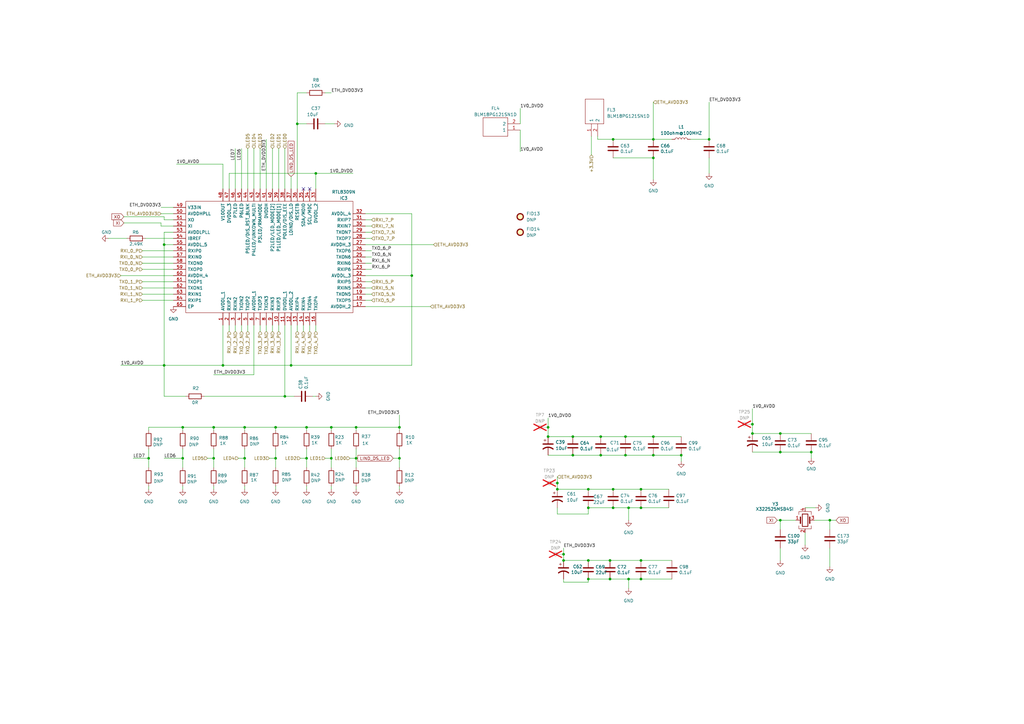
<source format=kicad_sch>
(kicad_sch (version 20231120) (generator "eeschema") (generator_version "8.0")
  (paper "A3")
  (lib_symbols
    (symbol "BLM18PG121SN1D:BLM18PG121SN1D" (pin_names (offset 0.762))
      (property "Reference" "FL" (at 16.51 7.62 0))
      (property "Value" "BLM18PG121SN1D" (at 16.51 5.08 0))
      (symbol "BLM18PG121SN1D_0_0"
        (pin passive line (at 0 0 0) (length 5.08) (name "1") (number "1"))
        (pin passive line (at 0 -2.54 0) (length 5.08) (name "2") (number "2"))
      )
      (symbol "BLM18PG121SN1D_0_1"
        (polyline (pts (xy 5.08 2.54) (xy 15.24 2.54) (xy 15.24 -5.08) (xy 5.08 -5.08) (xy 5.08 2.54)) (stroke (width 0.1524)))
      )
    )
    (symbol "Connector:TestPoint" (pin_numbers hide) (pin_names (offset 0.762) hide)
      (property "Reference" "TP" (at 0 6.858 0))
      (property "Value" "TestPoint" (at 0 5.08 0))
      (symbol "TestPoint_0_1"
        (circle (center 0 3.302) (radius 0.762))
      )
      (symbol "TestPoint_1_1"
        (pin passive line (at 0 0 90) (length 2.54) (name "1") (number "1"))
      )
    )
    (symbol "Device:C" (pin_numbers hide) (pin_names (offset 0.254))
      (property "Reference" "C" (at 0.635 2.54 0))
      (property "Value" "C" (at 0.635 -2.54 0))
      (symbol "C_0_1"
        (polyline (pts (xy -2.032 -0.762) (xy 2.032 -0.762)) (stroke (width 0.508)))
        (polyline (pts (xy -2.032 0.762) (xy 2.032 0.762)) (stroke (width 0.508)))
      )
      (symbol "C_1_1"
        (pin passive line (at 0 3.81 270) (length 2.794) (name "~") (number "1"))
        (pin passive line (at 0 -3.81 90) (length 2.794) (name "~") (number "2"))
      )
    )
    (symbol "Device:C_Polarized_US" (pin_numbers hide) (pin_names (offset 0.254) hide)
      (property "Reference" "C" (at 0.635 2.54 0))
      (property "Value" "C_Polarized_US" (at 0.635 -2.54 0))
      (symbol "C_Polarized_US_0_1"
        (polyline (pts (xy -2.032 0.762) (xy 2.032 0.762)) (stroke (width 0.508)))
        (polyline (pts (xy -1.778 2.286) (xy -0.762 2.286)))
        (polyline (pts (xy -1.27 1.778) (xy -1.27 2.794)))
        (arc (start 2.032 -1.27) (mid 0 -0.5572) (end -2.032 -1.27) (stroke (width 0.508)))
      )
      (symbol "C_Polarized_US_1_1"
        (pin passive line (at 0 3.81 270) (length 2.794) (name "~") (number "1"))
        (pin passive line (at 0 -3.81 90) (length 3.302) (name "~") (number "2"))
      )
    )
    (symbol "Device:Crystal_GND2" (pin_names (offset 1.016) hide)
      (property "Reference" "Y" (at -6.604 4.318 0))
      (property "Value" "Crystal_GND2" (at -10.414 -2.794 0))
      (symbol "Crystal_GND2_0_1"
        (rectangle (start -1.143 2.54) (end 1.143 -2.54) (stroke (width 0.3048)))
        (polyline (pts (xy -2.54 0) (xy -1.905 0)))
        (polyline (pts (xy -1.905 -1.27) (xy -1.905 1.27)) (stroke (width 0.508)))
        (polyline (pts (xy 0 -3.81) (xy 0 -3.556)))
        (polyline (pts (xy 0 3.81) (xy 0 3.556)))
        (polyline (pts (xy 1.905 0) (xy 2.54 0)))
        (polyline (pts (xy 1.905 1.27) (xy 1.905 -1.27)) (stroke (width 0.508)))
        (polyline (pts (xy -2.54 -2.286) (xy -2.54 -3.556) (xy 2.54 -3.556) (xy 2.54 -2.286)))
        (polyline (pts (xy 2.54 2.286) (xy 2.54 3.556) (xy -2.54 3.556) (xy -2.54 2.286)))
      )
      (symbol "Crystal_GND2_1_1"
        (pin passive line (at -3.81 0 0) (length 1.27) (name "1") (number "1"))
        (pin passive line (at 0 -5.08 90) (length 1.27) (name "2") (number "2"))
        (pin passive line (at 3.81 0 180) (length 1.27) (name "3") (number "3"))
        (pin passive line (at 0 5.08 270) (length 1.27) (name "4") (number "4"))
      )
    )
    (symbol "Device:L" (pin_numbers hide) (pin_names (offset 1.016) hide)
      (property "Reference" "L" (at -1.27 0 90))
      (property "Value" "L" (at 1.905 0 90))
      (symbol "L_0_1"
        (arc (start 0 -2.54) (mid 0.6323 -1.905) (end 0 -1.27))
        (arc (start 0 -1.27) (mid 0.6323 -0.635) (end 0 0))
        (arc (start 0 0) (mid 0.6323 0.635) (end 0 1.27))
        (arc (start 0 1.27) (mid 0.6323 1.905) (end 0 2.54))
      )
      (symbol "L_1_1"
        (pin passive line (at 0 3.81 270) (length 1.27) (name "1") (number "1"))
        (pin passive line (at 0 -3.81 90) (length 1.27) (name "2") (number "2"))
      )
    )
    (symbol "Device:R" (pin_numbers hide) (pin_names (offset 0))
      (property "Reference" "R" (at 2.032 0 90))
      (property "Value" "R" (at 0 0 90))
      (symbol "R_0_1"
        (rectangle (start -1.016 -2.54) (end 1.016 2.54) (stroke (width 0.254)))
      )
      (symbol "R_1_1"
        (pin passive line (at 0 3.81 270) (length 1.27) (name "~") (number "1"))
        (pin passive line (at 0 -3.81 90) (length 1.27) (name "~") (number "2"))
      )
    )
    (symbol "Mechanical:Fiducial"
      (property "Reference" "FID" (at 0 5.08 0))
      (property "Value" "Fiducial" (at 0 3.175 0))
      (symbol "Fiducial_0_1"
        (circle (center 0 0) (radius 1.27) (stroke (width 0.508)) (fill (type background)))
      )
    )
    (symbol "RTL8309N:RTL8309N" (pin_names (offset 0.762))
      (property "Reference" "IC" (at 52.07 20.32 0))
      (property "Value" "RTL8309N" (at 52.07 17.78 0))
      (symbol "RTL8309N_0_0"
        (pin passive line (at 0 0 0) (length 5.08) (name "AVDDL_1") (number "1"))
        (pin passive line (at 0 -22.86 0) (length 5.08) (name "RXIP3") (number "10"))
        (pin passive line (at 0 -25.4 0) (length 5.08) (name "DVDDL_1") (number "11"))
        (pin passive line (at 0 -27.94 0) (length 5.08) (name "AVDDL_2") (number "12"))
        (pin passive line (at 0 -30.48 0) (length 5.08) (name "RXIP4") (number "13"))
        (pin passive line (at 0 -33.02 0) (length 5.08) (name "RXIN4") (number "14"))
        (pin passive line (at 0 -35.56 0) (length 5.08) (name "TXON4") (number "15"))
        (pin passive line (at 0 -38.1 0) (length 5.08) (name "TXOP4") (number "16"))
        (pin passive line (at 7.62 -58.42 90) (length 5.08) (name "AVDDH_2") (number "17"))
        (pin passive line (at 10.16 -58.42 90) (length 5.08) (name "TXOP5") (number "18"))
        (pin passive line (at 12.7 -58.42 90) (length 5.08) (name "TXON5") (number "19"))
        (pin passive line (at 0 -2.54 0) (length 5.08) (name "RXIP2") (number "2"))
        (pin passive line (at 15.24 -58.42 90) (length 5.08) (name "RXIN5") (number "20"))
        (pin passive line (at 17.78 -58.42 90) (length 5.08) (name "RXIP5") (number "21"))
        (pin passive line (at 20.32 -58.42 90) (length 5.08) (name "AVDDL_3") (number "22"))
        (pin passive line (at 22.86 -58.42 90) (length 5.08) (name "RXIP6") (number "23"))
        (pin passive line (at 25.4 -58.42 90) (length 5.08) (name "RXIN6") (number "24"))
        (pin passive line (at 27.94 -58.42 90) (length 5.08) (name "TXON6") (number "25"))
        (pin passive line (at 30.48 -58.42 90) (length 5.08) (name "TXOP6") (number "26"))
        (pin passive line (at 33.02 -58.42 90) (length 5.08) (name "AVDDH_3") (number "27"))
        (pin passive line (at 35.56 -58.42 90) (length 5.08) (name "TXOP7") (number "28"))
        (pin passive line (at 38.1 -58.42 90) (length 5.08) (name "TXON7") (number "29"))
        (pin passive line (at 0 -5.08 0) (length 5.08) (name "RXIN2") (number "3"))
        (pin passive line (at 40.64 -58.42 90) (length 5.08) (name "RXIN7") (number "30"))
        (pin passive line (at 43.18 -58.42 90) (length 5.08) (name "RXIP7") (number "31"))
        (pin passive line (at 45.72 -58.42 90) (length 5.08) (name "AVDDL_4") (number "32"))
        (pin passive line (at 55.88 -38.1 180) (length 5.08) (name "DVDDL_2") (number "33"))
        (pin passive line (at 55.88 -35.56 180) (length 5.08) (name "SCL/MDC") (number "34"))
        (pin passive line (at 55.88 -33.02 180) (length 5.08) (name "SDA/MDIO") (number "35"))
        (pin passive line (at 55.88 -30.48 180) (length 5.08) (name "RESETB") (number "36"))
        (pin passive line (at 55.88 -27.94 180) (length 5.08) (name "LDIND/DIS_LD") (number "37"))
        (pin passive line (at 55.88 -25.4 180) (length 5.08) (name "P0LED/DIS_EEE") (number "38"))
        (pin passive line (at 55.88 -22.86 180) (length 5.08) (name "P1LED/LED_MODE[1]") (number "39"))
        (pin passive line (at 0 -7.62 0) (length 5.08) (name "TXON2") (number "4"))
        (pin passive line (at 55.88 -20.32 180) (length 5.08) (name "P2LED/LED_MODE[2]") (number "40"))
        (pin passive line (at 55.88 -17.78 180) (length 5.08) (name "DVDDH") (number "41"))
        (pin passive line (at 55.88 -15.24 180) (length 5.08) (name "P3LED/RMAMODE") (number "42"))
        (pin passive line (at 55.88 -12.7 180) (length 5.08) (name "P4LED/UNKOWN_MULTI") (number "43"))
        (pin passive line (at 55.88 -10.16 180) (length 5.08) (name "P5LED/DIS_RST_BLNK") (number "44"))
        (pin passive line (at 55.88 -7.62 180) (length 5.08) (name "P6LED") (number "45"))
        (pin passive line (at 55.88 -5.08 180) (length 5.08) (name "P7LED") (number "46"))
        (pin passive line (at 55.88 -2.54 180) (length 5.08) (name "DVDDL_3") (number "47"))
        (pin passive line (at 55.88 0 180) (length 5.08) (name "V10OUT") (number "48"))
        (pin passive line (at 48.26 20.32 270) (length 5.08) (name "V33IN") (number "49"))
        (pin passive line (at 0 -10.16 0) (length 5.08) (name "TXOP2") (number "5"))
        (pin passive line (at 45.72 20.32 270) (length 5.08) (name "AVDDHPLL") (number "50"))
        (pin passive line (at 43.18 20.32 270) (length 5.08) (name "XO") (number "51"))
        (pin passive line (at 40.64 20.32 270) (length 5.08) (name "XI") (number "52"))
        (pin passive line (at 38.1 20.32 270) (length 5.08) (name "AVDDLPLL") (number "53"))
        (pin passive line (at 35.56 20.32 270) (length 5.08) (name "IBREF") (number "54"))
        (pin passive line (at 33.02 20.32 270) (length 5.08) (name "AVDDL_5") (number "55"))
        (pin passive line (at 30.48 20.32 270) (length 5.08) (name "RXIP0") (number "56"))
        (pin passive line (at 27.94 20.32 270) (length 5.08) (name "RXIN0") (number "57"))
        (pin passive line (at 25.4 20.32 270) (length 5.08) (name "TXON0") (number "58"))
        (pin passive line (at 22.86 20.32 270) (length 5.08) (name "TXOP0") (number "59"))
        (pin passive line (at 0 -12.7 0) (length 5.08) (name "AVDDH_1") (number "6"))
        (pin passive line (at 20.32 20.32 270) (length 5.08) (name "AVDDH_4") (number "60"))
        (pin passive line (at 17.78 20.32 270) (length 5.08) (name "TXOP1") (number "61"))
        (pin passive line (at 15.24 20.32 270) (length 5.08) (name "TXON1") (number "62"))
        (pin passive line (at 12.7 20.32 270) (length 5.08) (name "RXIN1") (number "63"))
        (pin passive line (at 10.16 20.32 270) (length 5.08) (name "RXIP1") (number "64"))
        (pin passive line (at 7.62 20.32 270) (length 5.08) (name "EP") (number "65"))
        (pin passive line (at 0 -15.24 0) (length 5.08) (name "TXOP3") (number "7"))
        (pin passive line (at 0 -17.78 0) (length 5.08) (name "TXON3") (number "8"))
        (pin passive line (at 0 -20.32 0) (length 5.08) (name "RXIN3") (number "9"))
      )
      (symbol "RTL8309N_0_1"
        (polyline (pts (xy 5.08 15.24) (xy 50.8 15.24) (xy 50.8 -53.34) (xy 5.08 -53.34) (xy 5.08 15.24)) (stroke (width 0.1524)))
      )
    )
    (symbol "power:GND" (power) (pin_names (offset 0))
      (property "Value" "GND" (at 0 -3.81 0))
      (symbol "GND_0_1"
        (polyline (pts (xy 0 0) (xy 0 -1.27) (xy 1.27 -1.27) (xy 0 -2.54) (xy -1.27 -1.27) (xy 0 -1.27)))
      )
      (symbol "GND_1_1"
        (pin power_in line (at 0 0 270) (length 0) hide (name "GND") (number "1"))
      )
    )
  )
  (junction (at 267.97 64.77))
  (junction (at 251.46 57.15))
  (junction (at 135.89 175.26))
  (junction (at 308.61 177.8))
  (junction (at 256.54 179.07))
  (junction (at 146.05 175.26))
  (junction (at 224.79 175.26))
  (junction (at 135.89 187.96))
  (junction (at 250.19 237.49))
  (junction (at 231.14 227.33))
  (junction (at 113.03 187.96))
  (junction (at 234.95 186.69))
  (junction (at 241.3 200.66))
  (junction (at 116.84 162.56))
  (junction (at 234.95 179.07))
  (junction (at 168.91 113.03))
  (junction (at 267.97 57.15))
  (junction (at 340.36 213.36))
  (junction (at 119.38 149.86))
  (junction (at 74.93 175.26))
  (junction (at 163.83 175.26))
  (junction (at 262.89 208.28))
  (junction (at 87.63 187.96))
  (junction (at 267.97 179.07))
  (junction (at 163.83 187.96))
  (junction (at 100.33 175.26))
  (junction (at 308.61 173.99))
  (junction (at 267.97 186.69))
  (junction (at 231.14 229.87))
  (junction (at 262.89 229.87))
  (junction (at 100.33 187.96))
  (junction (at 228.6 200.66))
  (junction (at 251.46 208.28))
  (junction (at 241.3 208.28))
  (junction (at 246.38 179.07))
  (junction (at 256.54 186.69))
  (junction (at 121.92 50.8))
  (junction (at 320.04 185.42))
  (junction (at 241.3 237.49))
  (junction (at 125.73 187.96))
  (junction (at 91.44 149.86))
  (junction (at 67.31 149.86))
  (junction (at 125.73 175.26))
  (junction (at 224.79 179.07))
  (junction (at 60.96 187.96))
  (junction (at 332.74 185.42))
  (junction (at 320.04 213.36))
  (junction (at 251.46 200.66))
  (junction (at 262.89 237.49))
  (junction (at 246.38 186.69))
  (junction (at 113.03 175.26))
  (junction (at 257.81 237.49))
  (junction (at 87.63 175.26))
  (junction (at 320.04 177.8))
  (junction (at 250.19 229.87))
  (junction (at 290.83 57.15))
  (junction (at 262.89 200.66))
  (junction (at 146.05 187.96))
  (junction (at 74.93 187.96))
  (junction (at 241.3 229.87))
  (junction (at 129.54 71.12))
  (junction (at 67.31 100.33))
  (junction (at 228.6 198.12))
  (junction (at 257.81 208.28))
  (junction (at 279.4 186.69))
  (no_connect (at 127 77.47))
  (no_connect (at 124.46 77.47))
  (wire (pts (xy 71.12 95.25) (xy 67.31 95.25)))
  (wire (pts (xy 133.35 38.1) (xy 135.89 38.1)))
  (wire (pts (xy 54.61 187.96) (xy 60.96 187.96)))
  (wire (pts (xy 168.91 87.63) (xy 168.91 113.03)))
  (wire (pts (xy 100.33 175.26) (xy 113.03 175.26)))
  (wire (pts (xy 246.38 186.69) (xy 256.54 186.69)))
  (wire (pts (xy 241.3 237.49) (xy 250.19 237.49)))
  (wire (pts (xy 330.2 223.52) (xy 330.2 218.44)))
  (wire (pts (xy 58.42 105.41) (xy 71.12 105.41)))
  (wire (pts (xy 163.83 175.26) (xy 163.83 176.53)))
  (wire (pts (xy 129.54 71.12) (xy 129.54 77.47)))
  (wire (pts (xy 120.65 162.56) (xy 116.84 162.56)))
  (wire (pts (xy 241.3 238.76) (xy 241.3 237.49)))
  (wire (pts (xy 340.36 213.36) (xy 340.36 217.17)))
  (wire (pts (xy 152.4 107.95) (xy 149.86 107.95)))
  (wire (pts (xy 101.6 135.89) (xy 101.6 133.35)))
  (wire (pts (xy 124.46 135.89) (xy 124.46 133.35)))
  (wire (pts (xy 67.31 95.25) (xy 67.31 100.33)))
  (wire (pts (xy 66.04 87.63) (xy 71.12 87.63)))
  (wire (pts (xy 224.79 175.26) (xy 224.79 179.07)))
  (wire (pts (xy 116.84 133.35) (xy 116.84 162.56)))
  (wire (pts (xy 251.46 57.15) (xy 267.97 57.15)))
  (wire (pts (xy 231.14 227.33) (xy 231.14 229.87)))
  (wire (pts (xy 125.73 38.1) (xy 121.92 38.1)))
  (wire (pts (xy 133.35 187.96) (xy 135.89 187.96)))
  (wire (pts (xy 228.6 198.12) (xy 228.6 200.66)))
  (wire (pts (xy 74.93 175.26) (xy 87.63 175.26)))
  (wire (pts (xy 113.03 184.15) (xy 113.03 187.96)))
  (wire (pts (xy 74.93 187.96) (xy 74.93 191.77)))
  (wire (pts (xy 149.86 87.63) (xy 168.91 87.63)))
  (wire (pts (xy 308.61 177.8) (xy 320.04 177.8)))
  (wire (pts (xy 320.04 185.42) (xy 332.74 185.42)))
  (wire (pts (xy 101.6 60.96) (xy 101.6 77.47)))
  (wire (pts (xy 125.73 184.15) (xy 125.73 187.96)))
  (wire (pts (xy 114.3 60.96) (xy 114.3 77.47)))
  (wire (pts (xy 245.11 57.15) (xy 251.46 57.15)))
  (wire (pts (xy 96.52 135.89) (xy 96.52 133.35)))
  (wire (pts (xy 152.4 90.17) (xy 149.86 90.17)))
  (wire (pts (xy 228.6 195.58) (xy 228.6 198.12)))
  (wire (pts (xy 251.46 208.28) (xy 257.81 208.28)))
  (wire (pts (xy 224.79 171.45) (xy 224.79 175.26)))
  (wire (pts (xy 326.39 213.36) (xy 320.04 213.36)))
  (wire (pts (xy 163.83 170.18) (xy 163.83 175.26)))
  (wire (pts (xy 163.83 187.96) (xy 163.83 191.77)))
  (wire (pts (xy 67.31 162.56) (xy 67.31 149.86)))
  (wire (pts (xy 119.38 133.35) (xy 119.38 149.86)))
  (wire (pts (xy 106.68 135.89) (xy 106.68 133.35)))
  (wire (pts (xy 67.31 187.96) (xy 74.93 187.96)))
  (wire (pts (xy 123.19 187.96) (xy 125.73 187.96)))
  (wire (pts (xy 125.73 199.39) (xy 125.73 200.66)))
  (wire (pts (xy 231.14 237.49) (xy 231.14 238.76)))
  (wire (pts (xy 67.31 100.33) (xy 71.12 100.33)))
  (wire (pts (xy 256.54 186.69) (xy 267.97 186.69)))
  (wire (pts (xy 104.14 60.96) (xy 104.14 77.47)))
  (wire (pts (xy 116.84 60.96) (xy 116.84 77.47)))
  (wire (pts (xy 67.31 90.17) (xy 71.12 90.17)))
  (wire (pts (xy 100.33 187.96) (xy 100.33 191.77)))
  (wire (pts (xy 262.89 200.66) (xy 274.32 200.66)))
  (wire (pts (xy 168.91 149.86) (xy 119.38 149.86)))
  (wire (pts (xy 114.3 135.89) (xy 114.3 133.35)))
  (wire (pts (xy 60.96 175.26) (xy 60.96 176.53)))
  (wire (pts (xy 106.68 60.96) (xy 106.68 77.47)))
  (wire (pts (xy 250.19 237.49) (xy 257.81 237.49)))
  (wire (pts (xy 119.38 72.39) (xy 119.38 77.47)))
  (wire (pts (xy 245.11 55.88) (xy 245.11 57.15)))
  (wire (pts (xy 242.57 55.88) (xy 242.57 63.5)))
  (wire (pts (xy 257.81 208.28) (xy 262.89 208.28)))
  (wire (pts (xy 125.73 175.26) (xy 125.73 176.53)))
  (wire (pts (xy 241.3 208.28) (xy 251.46 208.28)))
  (wire (pts (xy 146.05 175.26) (xy 163.83 175.26)))
  (wire (pts (xy 152.4 92.71) (xy 149.86 92.71)))
  (wire (pts (xy 320.04 177.8) (xy 332.74 177.8)))
  (wire (pts (xy 146.05 199.39) (xy 146.05 200.66)))
  (wire (pts (xy 44.45 97.79) (xy 52.07 97.79)))
  (wire (pts (xy 318.77 213.36) (xy 320.04 213.36)))
  (wire (pts (xy 60.96 199.39) (xy 60.96 200.66)))
  (wire (pts (xy 332.74 185.42) (xy 332.74 187.96)))
  (wire (pts (xy 113.03 175.26) (xy 125.73 175.26)))
  (wire (pts (xy 267.97 186.69) (xy 279.4 186.69)))
  (wire (pts (xy 146.05 187.96) (xy 146.05 191.77)))
  (wire (pts (xy 234.95 179.07) (xy 246.38 179.07)))
  (wire (pts (xy 257.81 237.49) (xy 257.81 241.3)))
  (wire (pts (xy 152.4 102.87) (xy 149.86 102.87)))
  (wire (pts (xy 66.04 85.09) (xy 71.12 85.09)))
  (wire (pts (xy 87.63 199.39) (xy 87.63 200.66)))
  (wire (pts (xy 58.42 102.87) (xy 71.12 102.87)))
  (wire (pts (xy 228.6 200.66) (xy 241.3 200.66)))
  (wire (pts (xy 290.83 41.91) (xy 290.83 57.15)))
  (wire (pts (xy 135.89 184.15) (xy 135.89 187.96)))
  (wire (pts (xy 76.2 162.56) (xy 67.31 162.56)))
  (wire (pts (xy 127 135.89) (xy 127 133.35)))
  (wire (pts (xy 241.3 210.82) (xy 241.3 208.28)))
  (wire (pts (xy 67.31 100.33) (xy 67.31 149.86)))
  (wire (pts (xy 279.4 186.69) (xy 279.4 189.23)))
  (wire (pts (xy 83.82 162.56) (xy 116.84 162.56)))
  (wire (pts (xy 58.42 123.19) (xy 71.12 123.19)))
  (wire (pts (xy 308.61 173.99) (xy 308.61 177.8)))
  (wire (pts (xy 72.39 67.31) (xy 91.44 67.31)))
  (wire (pts (xy 163.83 184.15) (xy 163.83 187.96)))
  (wire (pts (xy 213.36 44.45) (xy 213.36 50.8)))
  (wire (pts (xy 59.69 97.79) (xy 71.12 97.79)))
  (wire (pts (xy 58.42 107.95) (xy 71.12 107.95)))
  (wire (pts (xy 231.14 229.87) (xy 241.3 229.87)))
  (wire (pts (xy 146.05 184.15) (xy 146.05 187.96)))
  (wire (pts (xy 87.63 184.15) (xy 87.63 187.96)))
  (wire (pts (xy 320.04 213.36) (xy 320.04 217.17)))
  (wire (pts (xy 93.98 77.47) (xy 93.98 71.12)))
  (wire (pts (xy 340.36 232.41) (xy 340.36 224.79)))
  (wire (pts (xy 50.8 91.44) (xy 66.04 91.44)))
  (wire (pts (xy 93.98 135.89) (xy 93.98 133.35)))
  (wire (pts (xy 250.19 229.87) (xy 262.89 229.87)))
  (wire (pts (xy 60.96 175.26) (xy 74.93 175.26)))
  (wire (pts (xy 251.46 200.66) (xy 262.89 200.66)))
  (wire (pts (xy 58.42 118.11) (xy 71.12 118.11)))
  (wire (pts (xy 49.53 113.03) (xy 71.12 113.03)))
  (wire (pts (xy 104.14 133.35) (xy 104.14 153.67)))
  (wire (pts (xy 231.14 238.76) (xy 241.3 238.76)))
  (wire (pts (xy 152.4 110.49) (xy 149.86 110.49)))
  (wire (pts (xy 58.42 110.49) (xy 71.12 110.49)))
  (wire (pts (xy 91.44 133.35) (xy 91.44 149.86)))
  (wire (pts (xy 74.93 199.39) (xy 74.93 200.66)))
  (wire (pts (xy 137.16 50.8) (xy 133.35 50.8)))
  (wire (pts (xy 111.76 60.96) (xy 111.76 77.47)))
  (wire (pts (xy 109.22 57.15) (xy 109.22 77.47)))
  (wire (pts (xy 163.83 199.39) (xy 163.83 200.66)))
  (wire (pts (xy 224.79 186.69) (xy 234.95 186.69)))
  (wire (pts (xy 100.33 199.39) (xy 100.33 200.66)))
  (wire (pts (xy 262.89 208.28) (xy 274.32 208.28)))
  (wire (pts (xy 135.89 187.96) (xy 135.89 191.77)))
  (wire (pts (xy 99.06 135.89) (xy 99.06 133.35)))
  (wire (pts (xy 129.54 71.12) (xy 144.78 71.12)))
  (wire (pts (xy 267.97 73.66) (xy 267.97 64.77)))
  (wire (pts (xy 97.79 187.96) (xy 100.33 187.96)))
  (wire (pts (xy 334.01 213.36) (xy 340.36 213.36)))
  (wire (pts (xy 161.29 187.96) (xy 163.83 187.96)))
  (wire (pts (xy 246.38 179.07) (xy 256.54 179.07)))
  (wire (pts (xy 96.52 60.96) (xy 96.52 77.47)))
  (wire (pts (xy 110.49 187.96) (xy 113.03 187.96)))
  (wire (pts (xy 241.3 200.66) (xy 251.46 200.66)))
  (wire (pts (xy 121.92 135.89) (xy 121.92 133.35)))
  (wire (pts (xy 121.92 38.1) (xy 121.92 50.8)))
  (wire (pts (xy 257.81 237.49) (xy 262.89 237.49)))
  (wire (pts (xy 152.4 105.41) (xy 149.86 105.41)))
  (wire (pts (xy 135.89 175.26) (xy 135.89 176.53)))
  (wire (pts (xy 119.38 149.86) (xy 91.44 149.86)))
  (wire (pts (xy 66.04 92.71) (xy 71.12 92.71)))
  (wire (pts (xy 149.86 95.25) (xy 152.4 95.25)))
  (wire (pts (xy 152.4 115.57) (xy 149.86 115.57)))
  (wire (pts (xy 213.36 53.34) (xy 213.36 62.23)))
  (wire (pts (xy 99.06 60.96) (xy 99.06 77.47)))
  (wire (pts (xy 100.33 184.15) (xy 100.33 187.96)))
  (wire (pts (xy 224.79 179.07) (xy 234.95 179.07)))
  (wire (pts (xy 87.63 175.26) (xy 100.33 175.26)))
  (wire (pts (xy 74.93 175.26) (xy 74.93 176.53)))
  (wire (pts (xy 152.4 120.65) (xy 149.86 120.65)))
  (wire (pts (xy 60.96 184.15) (xy 60.96 187.96)))
  (wire (pts (xy 334.4496 208.28) (xy 330.2 208.28)))
  (wire (pts (xy 129.54 135.89) (xy 129.54 133.35)))
  (wire (pts (xy 177.8 100.33) (xy 149.86 100.33)))
  (wire (pts (xy 125.73 175.26) (xy 135.89 175.26)))
  (wire (pts (xy 113.03 175.26) (xy 113.03 176.53)))
  (wire (pts (xy 152.4 118.11) (xy 149.86 118.11)))
  (wire (pts (xy 91.44 67.31) (xy 91.44 77.47)))
  (wire (pts (xy 308.61 167.64) (xy 308.61 173.99)))
  (wire (pts (xy 111.76 135.89) (xy 111.76 133.35)))
  (wire (pts (xy 49.53 149.86) (xy 67.31 149.86)))
  (wire (pts (xy 125.73 187.96) (xy 125.73 191.77)))
  (wire (pts (xy 251.46 64.77) (xy 267.97 64.77)))
  (wire (pts (xy 50.8 88.9) (xy 67.31 88.9)))
  (wire (pts (xy 320.04 229.87) (xy 320.04 224.79)))
  (wire (pts (xy 168.91 113.03) (xy 168.91 149.86)))
  (wire (pts (xy 340.36 213.36) (xy 342.9 213.36)))
  (wire (pts (xy 85.09 187.96) (xy 87.63 187.96)))
  (wire (pts (xy 91.44 149.86) (xy 67.31 149.86)))
  (wire (pts (xy 135.89 175.26) (xy 146.05 175.26)))
  (wire (pts (xy 146.05 175.26) (xy 146.05 176.53)))
  (wire (pts (xy 113.03 187.96) (xy 113.03 191.77)))
  (wire (pts (xy 152.4 123.19) (xy 149.86 123.19)))
  (wire (pts (xy 66.04 91.44) (xy 66.04 92.71)))
  (wire (pts (xy 275.59 57.15) (xy 267.97 57.15)))
  (wire (pts (xy 87.63 153.67) (xy 104.14 153.67)))
  (wire (pts (xy 58.42 115.57) (xy 71.12 115.57)))
  (wire (pts (xy 262.89 229.87) (xy 275.59 229.87)))
  (wire (pts (xy 152.4 97.79) (xy 149.86 97.79)))
  (wire (pts (xy 121.92 50.8) (xy 121.92 77.47)))
  (wire (pts (xy 234.95 186.69) (xy 246.38 186.69)))
  (wire (pts (xy 113.03 199.39) (xy 113.03 200.66)))
  (wire (pts (xy 228.6 210.82) (xy 241.3 210.82)))
  (wire (pts (xy 267.97 41.91) (xy 267.97 57.15)))
  (wire (pts (xy 290.83 57.15) (xy 283.21 57.15)))
  (wire (pts (xy 262.89 237.49) (xy 275.59 237.49)))
  (wire (pts (xy 67.31 88.9) (xy 67.31 90.17)))
  (wire (pts (xy 135.89 199.39) (xy 135.89 200.66)))
  (wire (pts (xy 100.33 175.26) (xy 100.33 176.53)))
  (wire (pts (xy 290.83 71.12) (xy 290.83 64.77)))
  (wire (pts (xy 257.81 213.36) (xy 257.81 208.28)))
  (wire (pts (xy 74.93 184.15) (xy 74.93 187.96)))
  (wire (pts (xy 168.91 113.03) (xy 149.86 113.03)))
  (wire (pts (xy 267.97 179.07) (xy 256.54 179.07)))
  (wire (pts (xy 267.97 179.07) (xy 279.4 179.07)))
  (wire (pts (xy 241.3 229.87) (xy 250.19 229.87)))
  (wire (pts (xy 176.53 125.73) (xy 149.86 125.73)))
  (wire (pts (xy 93.98 71.12) (xy 129.54 71.12)))
  (wire (pts (xy 125.73 50.8) (xy 121.92 50.8)))
  (wire (pts (xy 60.96 187.96) (xy 60.96 191.77)))
  (wire (pts (xy 129.54 162.56) (xy 128.27 162.56)))
  (wire (pts (xy 87.63 187.96) (xy 87.63 191.77)))
  (wire (pts (xy 58.42 120.65) (xy 71.12 120.65)))
  (wire (pts (xy 87.63 175.26) (xy 87.63 176.53)))
  (wire (pts (xy 228.6 208.28) (xy 228.6 210.82)))
  (wire (pts (xy 231.14 224.79) (xy 231.14 227.33)))
  (wire (pts (xy 308.61 185.42) (xy 320.04 185.42)))
  (wire (pts (xy 143.51 187.96) (xy 146.05 187.96)))
  (wire (pts (xy 109.22 135.89) (xy 109.22 133.35)))
  (label "LED7" (at 96.52 60.96 270))
  (label "LED6" (at 99.06 60.96 270))
  (label "1V0_AVDD" (at 308.61 167.64 0))
  (label "1V0_DVDD" (at 224.79 171.45 0))
  (label "TXO_6_N" (at 152.4 105.41 0))
  (label "LED6" (at 67.31 187.96 0))
  (label "1V0_AVDD" (at 49.53 149.86 0))
  (label "TXO_6_P" (at 152.4 102.87 0))
  (label "1V0_DVDD" (at 144.78 71.12 180))
  (label "ETH_DVDD3V3" (at 66.04 85.09 180))
  (label "ETH_DVDD3V3" (at 231.14 224.79 0))
  (label "1V0_AVDD" (at 72.39 67.31 0))
  (label "1V0_DVDD" (at 213.36 44.45 0))
  (label "ETH_DVDD3V3" (at 87.63 153.67 0))
  (label "RXI_6_N" (at 152.4 107.95 0))
  (label "ETH_DVDD3V3" (at 109.22 57.15 270))
  (label "ETH_DVDD3V3" (at 135.89 38.1 0))
  (label "LED7" (at 54.61 187.96 0))
  (label "RXI_6_P" (at 152.4 110.49 0))
  (label "ETH_DVDD3V3" (at 163.83 170.18 180))
  (label "ETH_DVDD3V3" (at 290.83 41.91 0))
  (label "1V0_AVDD" (at 213.36 62.23 0))
  (global_label "XO" (shape input) (at 50.8 88.9 180) (property "Intersheetrefs" "${INTERSHEET_REFS}" (effects (hide yes))))
  (global_label "XI" (shape input) (at 318.77 213.36 180) (property "Intersheetrefs" "${INTERSHEET_REFS}" (effects (hide yes))))
  (global_label "LIND_DS_LED" (shape input) (at 119.38 72.39 90) (property "Intersheetrefs" "${INTERSHEET_REFS}" (effects (hide yes))))
  (global_label "LIND_DS_LED" (shape input) (at 161.29 187.96 180) (property "Intersheetrefs" "${INTERSHEET_REFS}" (effects (hide yes))))
  (global_label "XI" (shape input) (at 50.8 91.44 180) (property "Intersheetrefs" "${INTERSHEET_REFS}" (effects (hide yes))))
  (global_label "XO" (shape input) (at 342.9 213.36 0) (property "Intersheetrefs" "${INTERSHEET_REFS}" (effects (hide yes))))
  (hierarchical_label "RXI_2_P" (shape input) (at 93.98 135.89 270) (property "Intersheetrefs" "${INTERSHEET_REFS}" (effects (hide yes))))
  (hierarchical_label "LED5" (shape input) (at 101.6 60.96 90))
  (hierarchical_label "TXO_2_N" (shape input) (at 99.06 135.89 270) (property "Intersheetrefs" "${INTERSHEET_REFS}" (effects (hide yes))))
  (hierarchical_label "LED0" (shape input) (at 143.51 187.96 180))
  (hierarchical_label "ETH_AVDD3V3" (shape input) (at 177.8 100.33 0))
  (hierarchical_label "RXI_2_N" (shape input) (at 96.52 135.89 270) (property "Intersheetrefs" "${INTERSHEET_REFS}" (effects (hide yes))))
  (hierarchical_label "LED0" (shape input) (at 116.84 60.96 90))
  (hierarchical_label "RXI_0_N" (shape input) (at 58.42 105.41 180) (property "Intersheetrefs" "${INTERSHEET_REFS}" (effects (hide yes))))
  (hierarchical_label "RXI_0_P" (shape input) (at 58.42 102.87 180) (property "Intersheetrefs" "${INTERSHEET_REFS}" (effects (hide yes))))
  (hierarchical_label "ETH_AVDD3V3" (shape input) (at 176.53 125.73 0))
  (hierarchical_label "TXO_0_N" (shape input) (at 58.42 107.95 180) (property "Intersheetrefs" "${INTERSHEET_REFS}" (effects (hide yes))))
  (hierarchical_label "RXI_4_N" (shape input) (at 124.46 135.89 270) (property "Intersheetrefs" "${INTERSHEET_REFS}" (effects (hide yes))))
  (hierarchical_label "ETH_AVDD3V3" (shape input) (at 66.04 87.63 180))
  (hierarchical_label "LED5" (shape input) (at 85.09 187.96 180))
  (hierarchical_label "ETH_AVDD3V3" (shape input) (at 49.53 113.03 180))
  (hierarchical_label "RXI_4_P" (shape input) (at 121.92 135.89 270) (property "Intersheetrefs" "${INTERSHEET_REFS}" (effects (hide yes))))
  (hierarchical_label "RXI_3_P" (shape input) (at 114.3 135.89 270) (property "Intersheetrefs" "${INTERSHEET_REFS}" (effects (hide yes))))
  (hierarchical_label "TXO_3_N" (shape input) (at 109.22 135.89 270) (property "Intersheetrefs" "${INTERSHEET_REFS}" (effects (hide yes))))
  (hierarchical_label "LED2" (shape input) (at 111.76 60.96 90))
  (hierarchical_label "TXO_0_P" (shape input) (at 58.42 110.49 180) (property "Intersheetrefs" "${INTERSHEET_REFS}" (effects (hide yes))))
  (hierarchical_label "TXO_4_P" (shape input) (at 129.54 135.89 270) (property "Intersheetrefs" "${INTERSHEET_REFS}" (effects (hide yes))))
  (hierarchical_label "TXO_3_P" (shape input) (at 106.68 135.89 270) (property "Intersheetrefs" "${INTERSHEET_REFS}" (effects (hide yes))))
  (hierarchical_label "LED1" (shape input) (at 114.3 60.96 90))
  (hierarchical_label "TXO_1_N" (shape input) (at 58.42 118.11 180) (property "Intersheetrefs" "${INTERSHEET_REFS}" (effects (hide yes))))
  (hierarchical_label "TXO_7_P" (shape input) (at 152.4 97.79 0) (property "Intersheetrefs" "${INTERSHEET_REFS}" (effects (hide yes))))
  (hierarchical_label "LED4" (shape input) (at 97.79 187.96 180))
  (hierarchical_label "LED3" (shape input) (at 106.68 60.96 90))
  (hierarchical_label "RXI_5_P" (shape input) (at 152.4 115.57 0) (property "Intersheetrefs" "${INTERSHEET_REFS}" (effects (hide yes))))
  (hierarchical_label "+3.3V" (shape input) (at 242.57 63.5 270))
  (hierarchical_label "TXO_5_P" (shape input) (at 152.4 123.19 0) (property "Intersheetrefs" "${INTERSHEET_REFS}" (effects (hide yes))))
  (hierarchical_label "RXI_1_P" (shape input) (at 58.42 123.19 180) (property "Intersheetrefs" "${INTERSHEET_REFS}" (effects (hide yes))))
  (hierarchical_label "TXO_2_P" (shape input) (at 101.6 135.89 270) (property "Intersheetrefs" "${INTERSHEET_REFS}" (effects (hide yes))))
  (hierarchical_label "RXI_7_N" (shape input) (at 152.4 92.71 0) (property "Intersheetrefs" "${INTERSHEET_REFS}" (effects (hide yes))))
  (hierarchical_label "RXI_5_N" (shape input) (at 152.4 118.11 0) (property "Intersheetrefs" "${INTERSHEET_REFS}" (effects (hide yes))))
  (hierarchical_label "RXI_7_P" (shape input) (at 152.4 90.17 0) (property "Intersheetrefs" "${INTERSHEET_REFS}" (effects (hide yes))))
  (hierarchical_label "RXI_3_N" (shape input) (at 111.76 135.89 270) (property "Intersheetrefs" "${INTERSHEET_REFS}" (effects (hide yes))))
  (hierarchical_label "LED2" (shape input) (at 123.19 187.96 180))
  (hierarchical_label "TXO_1_P" (shape input) (at 58.42 115.57 180) (property "Intersheetrefs" "${INTERSHEET_REFS}" (effects (hide yes))))
  (hierarchical_label "LED4" (shape input) (at 104.14 60.96 90))
  (hierarchical_label "TXO_4_N" (shape input) (at 127 135.89 270) (property "Intersheetrefs" "${INTERSHEET_REFS}" (effects (hide yes))))
  (hierarchical_label "TXO_5_N" (shape input) (at 152.4 120.65 0) (property "Intersheetrefs" "${INTERSHEET_REFS}" (effects (hide yes))))
  (hierarchical_label "RXI_1_N" (shape input) (at 58.42 120.65 180) (property "Intersheetrefs" "${INTERSHEET_REFS}" (effects (hide yes))))
  (hierarchical_label "LED3" (shape input) (at 110.49 187.96 180))
  (hierarchical_label "LED1" (shape input) (at 133.35 187.96 180))
  (hierarchical_label "TXO_7_N" (shape input) (at 152.4 95.25 0) (property "Intersheetrefs" "${INTERSHEET_REFS}" (effects (hide yes))))
  (hierarchical_label "ETH_AVDD3V3" (shape input) (at 267.97 41.91 0))
  (hierarchical_label "ETH_AVDD3V3" (shape input) (at 228.6 195.58 0))
  (symbol (lib_id "Device:C_Polarized_US") (at 228.6 204.47 0) (unit 1)
    (property "Reference" "C61" (at 232.41 202.5649 0) (effects (justify left)))
    (property "Value" "10uF" (at 232.41 205.1049 0) (effects (justify left)))
    (property "Footprint" "Capacitor_SMD:C_Elec_3x5.4" (effects (hide yes)))
    (property "Description" "Polarized capacitor, US symbol" (effects (hide yes)))
    (property "MPN" "UWX1C100MCL2GB" (effects (hide yes)))
  )
  (symbol (lib_id "Device:R") (at 87.63 180.34 180) (unit 1)
    (property "Reference" "R88" (at 91.694 179.578 0))
    (property "Value" "1K" (at 91.44 181.864 0))
    (property "Footprint" "Resistor_SMD:R_0603_1608Metric" (effects (hide yes)))
    (property "MPN" "0603WAF1001T5E" (effects (hide yes)))
  )
  (symbol (lib_id "Device:C") (at 250.19 233.68 0) (unit 1)
    (property "Reference" "C72" (at 253.111 232.5116 0) (effects (justify left)))
    (property "Value" "0.1uF" (at 253.111 234.823 0) (effects (justify left)))
    (property "Footprint" "Capacitor_SMD:C_0402_1005Metric" (effects (hide yes)))
  )
  (symbol (lib_id "Device:R") (at 113.03 195.58 180) (unit 1)
    (property "Reference" "R85" (at 117.348 194.564 0))
    (property "Value" "DNP" (at 117.602 196.85 0))
    (property "Footprint" "Resistor_SMD:R_0603_1608Metric" (effects (hide yes)))
  )
  (symbol (lib_id "power:GND") (at 334.4496 208.28 90) (unit 1)
    (property "Reference" "#PWR057" (effects (hide yes)))
    (property "Value" "GND" (at 339.5296 208.28 0))
  )
  (symbol (lib_id "Device:C") (at 320.04 181.61 0) (unit 1)
    (property "Reference" "C73" (at 322.961 180.4416 0) (effects (justify left)))
    (property "Value" "0.1uF" (at 322.961 182.753 0) (effects (justify left)))
    (property "Footprint" "Capacitor_SMD:C_0402_1005Metric" (effects (hide yes)))
  )
  (symbol (lib_id "Mechanical:Fiducial") (at 213.36 88.9 0) (unit 1)
    (property "Reference" "FID13" (at 215.9 87.6299 0) (effects (justify left)))
    (property "Value" "DNP" (at 215.9 90.1699 0) (effects (justify left)))
    (property "Footprint" "Fiducial:Fiducial_0.5mm_Mask1mm" (effects (hide yes)))
    (property "Description" "Fiducial Marker" (effects (hide yes)))
  )
  (symbol (lib_id "Device:C") (at 320.04 220.98 0) (unit 1)
    (property "Reference" "C100" (at 322.961 219.8116 0) (effects (justify left)))
    (property "Value" "33pF" (at 322.961 222.123 0) (effects (justify left)))
    (property "Footprint" "Capacitor_SMD:C_0603_1608Metric" (effects (hide yes)))
    (property "MPN" "CL10C330JB8NNNC" (effects (hide yes)))
  )
  (symbol (lib_id "Device:C") (at 124.46 162.56 90) (unit 1)
    (property "Reference" "C38" (at 123.2916 159.639 0) (effects (justify left)))
    (property "Value" "0.1uF" (at 125.603 159.639 0) (effects (justify left)))
    (property "Footprint" "Capacitor_SMD:C_0402_1005Metric" (effects (hide yes)))
  )
  (symbol (lib_id "power:GND") (at 330.2 223.52 0) (unit 1)
    (property "Reference" "#PWR056" (effects (hide yes)))
    (property "Value" "GND" (at 330.2 228.6 0))
  )
  (symbol (lib_id "Device:C") (at 241.3 233.68 0) (unit 1)
    (property "Reference" "C69" (at 244.221 232.5116 0) (effects (justify left)))
    (property "Value" "22uF" (at 244.221 234.823 0) (effects (justify left)))
    (property "Footprint" "Capacitor_SMD:C_0603_1608Metric" (effects (hide yes)))
    (property "MPN" "CL10A226MQ8NRNC" (effects (hide yes)))
  )
  (symbol (lib_id "Device:L") (at 279.4 57.15 90) (unit 1)
    (property "Reference" "L1" (at 279.4 52.07 90))
    (property "Value" "100ohm@100MHZ" (at 279.4 54.61 90))
    (property "Footprint" "Inductor_SMD:L_0603_1608Metric" (effects (hide yes)))
    (property "Description" "Inductor" (effects (hide yes)))
    (property "MPN" "CBW160808U101T" (effects (hide yes)))
  )
  (symbol (lib_id "Device:C") (at 256.54 182.88 0) (unit 1)
    (property "Reference" "C75" (at 259.461 181.7116 0) (effects (justify left)))
    (property "Value" "0.1uF" (at 259.461 184.023 0) (effects (justify left)))
    (property "Footprint" "Capacitor_SMD:C_0402_1005Metric" (effects (hide yes)))
  )
  (symbol (lib_id "Device:R") (at 163.83 180.34 180) (unit 1)
    (property "Reference" "R10" (at 168.148 179.324 0))
    (property "Value" "1K" (at 167.894 181.61 0))
    (property "Footprint" "Resistor_SMD:R_0603_1608Metric" (effects (hide yes)))
    (property "MPN" "0603WAF1001T5E" (effects (hide yes)))
  )
  (symbol (lib_id "Connector:TestPoint") (at 228.6 198.12 90) (unit 1) (dnp yes)
    (property "Reference" "TP23" (at 225.298 193.04 90))
    (property "Value" "DNP" (at 225.298 195.58 90))
    (property "Footprint" "TestPoint:TestPoint_Pad_1.0x1.0mm" (effects (hide yes)))
    (property "Description" "test point" (effects (hide yes)))
  )
  (symbol (lib_id "Device:C") (at 246.38 182.88 0) (unit 1)
    (property "Reference" "C71" (at 250.19 181.61 0) (effects (justify left)))
    (property "Value" "0.1uF" (at 248.666 184.404 0) (effects (justify left)))
    (property "Footprint" "Capacitor_SMD:C_0402_1005Metric" (effects (hide yes)))
  )
  (symbol (lib_id "power:GND") (at 113.03 200.66 0) (unit 1)
    (property "Reference" "#PWR019" (effects (hide yes)))
    (property "Value" "GND" (at 113.03 205.74 0))
  )
  (symbol (lib_id "Device:R") (at 125.73 180.34 180) (unit 1)
    (property "Reference" "R39" (at 129.286 179.324 0))
    (property "Value" "1K" (at 129.032 181.61 0))
    (property "Footprint" "Resistor_SMD:R_0603_1608Metric" (effects (hide yes)))
    (property "MPN" "0603WAF1001T5E" (effects (hide yes)))
  )
  (symbol (lib_id "Device:R") (at 135.89 195.58 180) (unit 1)
    (property "Reference" "R24" (at 139.192 194.564 0))
    (property "Value" "DNP" (at 139.446 196.85 0))
    (property "Footprint" "Resistor_SMD:R_0603_1608Metric" (effects (hide yes)))
  )
  (symbol (lib_id "power:GND") (at 87.63 200.66 0) (unit 1)
    (property "Reference" "#PWR021" (effects (hide yes)))
    (property "Value" "GND" (at 87.63 205.74 0))
  )
  (symbol (lib_id "power:GND") (at 71.12 125.73 0) (unit 1)
    (property "Reference" "#PWR034" (effects (hide yes)))
    (property "Value" "GND" (at 71.12 130.81 0))
  )
  (symbol (lib_id "power:GND") (at 267.97 73.66 0) (unit 1)
    (property "Reference" "#PWR03" (effects (hide yes)))
    (property "Value" "GND" (at 267.97 78.232 0))
  )
  (symbol (lib_id "Device:C_Polarized_US") (at 231.14 233.68 0) (unit 1)
    (property "Reference" "C62" (at 234.95 232.41 0) (effects (justify left)))
    (property "Value" "10uF" (at 234.188 234.696 0) (effects (justify left)))
    (property "Footprint" "Capacitor_SMD:C_Elec_3x5.4" (effects (hide yes)))
    (property "Description" "Polarized capacitor, US symbol" (effects (hide yes)))
    (property "MPN" "UWX1C100MCL2GB" (effects (hide yes)))
  )
  (symbol (lib_id "Device:C") (at 274.32 204.47 0) (unit 1)
    (property "Reference" "C97" (at 277.241 203.3016 0) (effects (justify left)))
    (property "Value" "0.1uF" (at 277.241 205.613 0) (effects (justify left)))
    (property "Footprint" "Capacitor_SMD:C_0402_1005Metric" (effects (hide yes)))
  )
  (symbol (lib_id "Device:C") (at 241.3 204.47 0) (unit 1)
    (property "Reference" "C67" (at 243.332 203.6826 0) (effects (justify left)))
    (property "Value" "22uF" (at 243.332 205.994 0) (effects (justify left)))
    (property "Footprint" "Capacitor_SMD:C_0603_1608Metric" (effects (hide yes)))
    (property "MPN" "CL10A226MQ8NRNC" (effects (hide yes)))
  )
  (symbol (lib_id "Device:R") (at 146.05 195.58 180) (unit 1)
    (property "Reference" "R38" (at 150.114 194.818 0))
    (property "Value" "DNP" (at 150.114 197.104 0))
    (property "Footprint" "Resistor_SMD:R_0603_1608Metric" (effects (hide yes)))
  )
  (symbol (lib_id "Device:C") (at 290.83 60.96 0) (unit 1)
    (property "Reference" "C68" (at 293.751 59.7916 0) (effects (justify left)))
    (property "Value" "0.1uF" (at 293.751 62.103 0) (effects (justify left)))
    (property "Footprint" "Capacitor_SMD:C_0402_1005Metric" (effects (hide yes)))
  )
  (symbol (lib_id "Device:R") (at 135.89 180.34 180) (unit 1)
    (property "Reference" "R23" (at 139.192 179.324 0))
    (property "Value" "1K" (at 138.938 181.61 0))
    (property "Footprint" "Resistor_SMD:R_0603_1608Metric" (effects (hide yes)))
    (property "MPN" "0603WAF1001T5E" (effects (hide yes)))
  )
  (symbol (lib_id "Device:R") (at 55.88 97.79 270) (unit 1)
    (property "Reference" "R6" (at 55.626 95.25 90))
    (property "Value" "2.49K" (at 55.88 100.076 90))
    (property "Footprint" "Resistor_SMD:R_0603_1608Metric" (effects (hide yes)))
    (property "MPN" "0603WAF2491T5E" (effects (hide yes)))
  )
  (symbol (lib_id "power:GND") (at 279.4 189.23 0) (unit 1)
    (property "Reference" "#PWR014" (effects (hide yes)))
    (property "Value" "GND" (at 279.4 194.31 0))
  )
  (symbol (lib_id "Device:C") (at 262.89 233.68 0) (unit 1)
    (property "Reference" "C77" (at 265.811 232.5116 0) (effects (justify left)))
    (property "Value" "0.1uF" (at 265.811 234.823 0) (effects (justify left)))
    (property "Footprint" "Capacitor_SMD:C_0402_1005Metric" (effects (hide yes)))
  )
  (symbol (lib_id "Device:C") (at 267.97 60.96 0) (unit 1)
    (property "Reference" "C66" (at 270.891 59.7916 0) (effects (justify left)))
    (property "Value" "0.1uF" (at 270.891 62.103 0) (effects (justify left)))
    (property "Footprint" "Capacitor_SMD:C_0402_1005Metric" (effects (hide yes)))
  )
  (symbol (lib_id "BLM18PG121SN1D:BLM18PG121SN1D") (at 213.36 53.34 180) (unit 1)
    (property "Reference" "FL4" (at 203.2 44.45 0))
    (property "Value" "BLM18PG121SN1D" (at 203.2 46.99 0))
    (property "Footprint" "Footprint:BLM18PG121SN1D" (effects (hide yes)))
    (property "Datasheet" "https://www.murata.com/en-us/products/productdetail?partno=BLM18PG121SN1%23" (effects (hide yes)))
    (property "Description" "Ferrite bead SMD 0603 120R 2A Murata Ferrite Bead (Chip Ferrite Bead), 1.6 x 0.8 x 0.8mm (0603), 120 impedance at 100 MHz" (effects (hide yes)))
    (property "Height" "0.95" (effects (hide yes)))
    (property "Manufacturer_Name" "Murata Electronics" (effects (hide yes)))
    (property "Manufacturer_Part_Number" "BLM18PG121SN1D" (effects (hide yes)))
    (property "Mouser Part Number" "81-BLM18PG121SN1D" (effects (hide yes)))
    (property "Mouser Price/Stock" "https://www.mouser.co.uk/ProductDetail/Murata-Electronics/BLM18PG121SN1D?qs=tY8e8KZalarVxhnmnUYZ1A%3D%3D" (effects (hide yes)))
    (property "Arrow Part Number" "BLM18PG121SN1D" (effects (hide yes)))
    (property "Arrow Price/Stock" "https://www.arrow.com/en/products/blm18pg121sn1d/murata-manufacturing?region=nac" (effects (hide yes)))
    (property "MPN" "BLM18PG121SN1D" (effects (hide yes)))
  )
  (symbol (lib_id "power:GND") (at 340.36 232.41 0) (unit 1)
    (property "Reference" "#PWR058" (effects (hide yes)))
    (property "Value" "GND" (at 340.36 237.49 0))
  )
  (symbol (lib_id "Mechanical:Fiducial") (at 213.36 95.25 0) (unit 1)
    (property "Reference" "FID14" (at 215.9 93.9799 0) (effects (justify left)))
    (property "Value" "DNP" (at 215.9 96.5199 0) (effects (justify left)))
    (property "Footprint" "Fiducial:Fiducial_0.5mm_Mask1mm" (effects (hide yes)))
    (property "Description" "Fiducial Marker" (effects (hide yes)))
  )
  (symbol (lib_id "Connector:TestPoint") (at 224.79 175.26 90) (unit 1) (dnp yes)
    (property "Reference" "TP7" (at 221.488 170.18 90))
    (property "Value" "DNP" (at 221.488 172.72 90))
    (property "Footprint" "TestPoint:TestPoint_Pad_1.0x1.0mm" (effects (hide yes)))
    (property "Description" "test point" (effects (hide yes)))
  )
  (symbol (lib_id "power:GND") (at 332.74 187.96 0) (unit 1)
    (property "Reference" "#PWR013" (effects (hide yes)))
    (property "Value" "GND" (at 332.74 192.278 0))
  )
  (symbol (lib_id "power:GND") (at 129.54 162.56 90) (unit 1)
    (property "Reference" "#PWR010" (effects (hide yes)))
    (property "Value" "GND" (at 134.62 162.56 0))
  )
  (symbol (lib_id "Device:C") (at 129.54 50.8 90) (unit 1)
    (property "Reference" "C37" (at 129.54 44.45 90))
    (property "Value" "10uF" (at 128.27 46.99 90))
    (property "Footprint" "Capacitor_SMD:C_0603_1608Metric" (effects (hide yes)))
    (property "MPN" "CL10A106MO8NQNC" (effects (hide yes)))
  )
  (symbol (lib_id "Device:C") (at 340.36 220.98 0) (unit 1)
    (property "Reference" "C173" (at 343.281 219.8116 0) (effects (justify left)))
    (property "Value" "33pF" (at 343.281 222.123 0) (effects (justify left)))
    (property "Footprint" "Capacitor_SMD:C_0603_1608Metric" (effects (hide yes)))
    (property "MPN" "CL10C330JB8NNNC" (effects (hide yes)))
  )
  (symbol (lib_id "power:GND") (at 146.05 200.66 0) (unit 1)
    (property "Reference" "#PWR017" (effects (hide yes)))
    (property "Value" "GND" (at 146.05 205.74 0))
  )
  (symbol (lib_id "power:GND") (at 100.33 200.66 0) (unit 1)
    (property "Reference" "#PWR020" (effects (hide yes)))
    (property "Value" "GND" (at 100.33 205.74 0))
  )
  (symbol (lib_id "Connector:TestPoint") (at 231.14 227.33 90) (unit 1) (dnp yes)
    (property "Reference" "TP24" (at 227.838 222.25 90))
    (property "Value" "DNP" (at 227.838 224.79 90))
    (property "Footprint" "TestPoint:TestPoint_Pad_1.0x1.0mm" (effects (hide yes)))
    (property "Description" "test point" (effects (hide yes)))
  )
  (symbol (lib_id "Device:C") (at 279.4 182.88 0) (unit 1)
    (property "Reference" "C99" (at 282.321 181.7116 0) (effects (justify left)))
    (property "Value" "0.1uF" (at 282.321 184.023 0) (effects (justify left)))
    (property "Footprint" "Capacitor_SMD:C_0402_1005Metric" (effects (hide yes)))
  )
  (symbol (lib_id "Device:R") (at 100.33 195.58 180) (unit 1)
    (property "Reference" "R87" (at 104.14 194.818 0))
    (property "Value" "1K" (at 104.14 196.85 0))
    (property "Footprint" "Resistor_SMD:R_0603_1608Metric" (effects (hide yes)))
    (property "MPN" "0603WAF1001T5E" (effects (hide yes)))
  )
  (symbol (lib_id "Device:R") (at 74.93 195.58 180) (unit 1)
    (property "Reference" "R91" (at 78.74 195.326 0))
    (property "Value" "DNP" (at 78.74 197.612 0))
    (property "Footprint" "Resistor_SMD:R_0603_1608Metric" (effects (hide yes)))
  )
  (symbol (lib_id "power:GND") (at 74.93 200.66 0) (unit 1)
    (property "Reference" "#PWR035" (effects (hide yes)))
    (property "Value" "GND" (at 74.93 205.74 0))
  )
  (symbol (lib_id "power:GND") (at 290.83 71.12 0) (unit 1)
    (property "Reference" "#PWR08" (effects (hide yes)))
    (property "Value" "GND" (at 290.83 76.2 0))
  )
  (symbol (lib_id "Device:C") (at 251.46 204.47 0) (unit 1)
    (property "Reference" "C74" (at 254.381 203.3016 0) (effects (justify left)))
    (property "Value" "0.1uF" (at 254.381 205.613 0) (effects (justify left)))
    (property "Footprint" "Capacitor_SMD:C_0402_1005Metric" (effects (hide yes)))
  )
  (symbol (lib_id "power:GND") (at 163.83 200.66 0) (unit 1)
    (property "Reference" "#PWR011" (effects (hide yes)))
    (property "Value" "GND" (at 163.83 205.74 0))
  )
  (symbol (lib_id "Device:R") (at 74.93 180.34 180) (unit 1)
    (property "Reference" "R90" (at 79.756 179.832 0))
    (property "Value" "DNP" (at 79.502 182.372 0))
    (property "Footprint" "Resistor_SMD:R_0603_1608Metric" (effects (hide yes)))
  )
  (symbol (lib_id "Device:R") (at 163.83 195.58 180) (unit 1)
    (property "Reference" "R12" (at 167.894 194.818 0))
    (property "Value" "DNP" (at 167.894 197.104 0))
    (property "Footprint" "Resistor_SMD:R_0603_1608Metric" (effects (hide yes)))
  )
  (symbol (lib_id "Device:C") (at 251.46 60.96 0) (unit 1)
    (property "Reference" "C63" (at 254.381 59.7916 0) (effects (justify left)))
    (property "Value" "0.1uF" (at 254.381 62.103 0) (effects (justify left)))
    (property "Footprint" "Capacitor_SMD:C_0402_1005Metric" (effects (hide yes)))
  )
  (symbol (lib_id "Device:C_Polarized_US") (at 224.79 182.88 0) (unit 1)
    (property "Reference" "C39" (at 227.838 181.356 0) (effects (justify left)))
    (property "Value" "10uF" (at 227.838 183.896 0) (effects (justify left)))
    (property "Footprint" "Capacitor_SMD:C_Elec_3x5.4" (effects (hide yes)))
    (property "Description" "Polarized capacitor, US symbol" (effects (hide yes)))
    (property "MPN" "UWX1C100MCL2GB" (effects (hide yes)))
  )
  (symbol (lib_id "power:GND") (at 257.81 213.36 0) (unit 1)
    (property "Reference" "#PWR02" (effects (hide yes)))
    (property "Value" "GND" (at 257.81 218.44 0))
  )
  (symbol (lib_id "Device:Crystal_GND2") (at 330.2 213.36 0) (unit 1)
    (property "Reference" "Y3" (at 318.008 206.756 0))
    (property "Value" "X322525MSB4SI" (at 317.754 208.788 0))
    (property "Footprint" "Crystal:Crystal_SMD_3225-4Pin_3.2x2.5mm" (effects (hide yes)))
    (property "Description" "Three pin crystal, GND on pin 2" (effects (hide yes)))
    (property "MPN" "X322525MSB4SI" (effects (hide yes)))
  )
  (symbol (lib_id "Device:C") (at 262.89 204.47 0) (unit 1)
    (property "Reference" "C76" (at 265.811 203.3016 0) (effects (justify left)))
    (property "Value" "0.1uF" (at 265.811 205.613 0) (effects (justify left)))
    (property "Footprint" "Capacitor_SMD:C_0402_1005Metric" (effects (hide yes)))
  )
  (symbol (lib_id "power:GND") (at 60.96 200.66 0) (unit 1)
    (property "Reference" "#PWR036" (effects (hide yes)))
    (property "Value" "GND" (at 60.96 205.74 0))
  )
  (symbol (lib_id "Device:C") (at 275.59 233.68 0) (unit 1)
    (property "Reference" "C98" (at 278.511 232.5116 0) (effects (justify left)))
    (property "Value" "0.1uF" (at 278.511 234.823 0) (effects (justify left)))
    (property "Footprint" "Capacitor_SMD:C_0402_1005Metric" (effects (hide yes)))
  )
  (symbol (lib_id "power:GND") (at 320.04 229.87 0) (unit 1)
    (property "Reference" "#PWR015" (effects (hide yes)))
    (property "Value" "GND" (at 320.04 234.95 0))
  )
  (symbol (lib_id "Device:R") (at 113.03 180.34 180) (unit 1)
    (property "Reference" "R84" (at 116.586 179.324 0))
    (property "Value" "1K" (at 116.586 181.61 0))
    (property "Footprint" "Resistor_SMD:R_0603_1608Metric" (effects (hide yes)))
    (property "MPN" "0603WAF1001T5E" (effects (hide yes)))
  )
  (symbol (lib_id "Device:R") (at 60.96 180.34 180) (unit 1)
    (property "Reference" "R92" (at 64.77 180.34 0))
    (property "Value" "DNP" (at 64.77 182.372 0))
    (property "Footprint" "Resistor_SMD:R_0603_1608Metric" (effects (hide yes)))
  )
  (symbol (lib_id "Device:C_Polarized_US") (at 308.61 181.61 0) (unit 1)
    (property "Reference" "C65" (at 312.42 179.7049 0) (effects (justify left)))
    (property "Value" "10uF" (at 312.42 182.2449 0) (effects (justify left)))
    (property "Footprint" "Capacitor_SMD:C_Elec_3x5.4" (effects (hide yes)))
    (property "Description" "Polarized capacitor, US symbol" (effects (hide yes)))
    (property "MPN" "UWX1C100MCL2GB" (effects (hide yes)))
  )
  (symbol (lib_id "power:GND") (at 44.45 97.79 270) (unit 1)
    (property "Reference" "#PWR01" (effects (hide yes)))
    (property "Value" "GND" (at 45.72 95.25 90) (effects (justify right)))
  )
  (symbol (lib_id "Device:C") (at 332.74 181.61 0) (unit 1)
    (property "Reference" "C95" (at 335.661 180.4416 0) (effects (justify left)))
    (property "Value" "0.1uF" (at 335.661 182.753 0) (effects (justify left)))
    (property "Footprint" "Capacitor_SMD:C_0402_1005Metric" (effects (hide yes)))
  )
  (symbol (lib_id "power:GND") (at 125.73 200.66 0) (unit 1)
    (property "Reference" "#PWR018" (effects (hide yes)))
    (property "Value" "GND" (at 125.73 205.74 0))
  )
  (symbol (lib_id "Device:R") (at 129.54 38.1 270) (unit 1)
    (property "Reference" "R8" (at 129.54 32.8422 90))
    (property "Value" "10K" (at 129.54 35.1536 90))
    (property "Footprint" "Resistor_SMD:R_0603_1608Metric" (effects (hide yes)))
    (property "MPN" "0603WAF1002T5E" (effects (hide yes)))
  )
  (symbol (lib_id "Device:C") (at 267.97 182.88 0) (unit 1)
    (property "Reference" "C96" (at 270.891 181.7116 0) (effects (justify left)))
    (property "Value" "0.1uF" (at 270.891 184.023 0) (effects (justify left)))
    (property "Footprint" "Capacitor_SMD:C_0402_1005Metric" (effects (hide yes)))
  )
  (symbol (lib_id "power:GND") (at 137.16 50.8 90) (unit 1)
    (property "Reference" "#PWR09" (effects (hide yes)))
    (property "Value" "GND" (at 140.97 51.435 90) (effects (justify right)))
  )
  (symbol (lib_id "BLM18PG121SN1D:BLM18PG121SN1D") (at 242.57 55.88 90) (unit 1)
    (property "Reference" "FL3" (at 248.92 45.085 90) (effects (justify right)))
    (property "Value" "BLM18PG121SN1D" (at 248.92 47.625 90) (effects (justify right)))
    (property "Footprint" "Footprint:BLM18PG121SN1D" (effects (hide yes)))
    (property "Datasheet" "https://www.murata.com/en-us/products/productdetail?partno=BLM18PG121SN1%23" (effects (hide yes)))
    (property "Description" "Ferrite bead SMD 0603 120R 2A Murata Ferrite Bead (Chip Ferrite Bead), 1.6 x 0.8 x 0.8mm (0603), 120 impedance at 100 MHz" (effects (hide yes)))
    (property "Height" "0.95" (effects (hide yes)))
    (property "Manufacturer_Name" "Murata Electronics" (effects (hide yes)))
    (property "Manufacturer_Part_Number" "BLM18PG121SN1D" (effects (hide yes)))
    (property "Mouser Part Number" "81-BLM18PG121SN1D" (effects (hide yes)))
    (property "Mouser Price/Stock" "https://www.mouser.co.uk/ProductDetail/Murata-Electronics/BLM18PG121SN1D?qs=tY8e8KZalarVxhnmnUYZ1A%3D%3D" (effects (hide yes)))
    (property "Arrow Part Number" "BLM18PG121SN1D" (effects (hide yes)))
    (property "Arrow Price/Stock" "https://www.arrow.com/en/products/blm18pg121sn1d/murata-manufacturing?region=nac" (effects (hide yes)))
    (property "MPN" "BLM18PG121SN1D" (effects (hide yes)))
  )
  (symbol (lib_id "power:GND") (at 135.89 200.66 0) (unit 1)
    (property "Reference" "#PWR016" (effects (hide yes)))
    (property "Value" "GND" (at 135.89 205.74 0))
  )
  (symbol (lib_id "Device:C") (at 234.95 182.88 0) (unit 1)
    (property "Reference" "C64" (at 237.871 181.7116 0) (effects (justify left)))
    (property "Value" "0.1uF" (at 237.871 184.023 0) (effects (justify left)))
    (property "Footprint" "Capacitor_SMD:C_0402_1005Metric" (effects (hide yes)))
  )
  (symbol (lib_id "Device:R") (at 125.73 195.58 180) (unit 1)
    (property "Reference" "R42" (at 129.286 194.818 0))
    (property "Value" "DNP" (at 129.54 197.104 0))
    (property "Footprint" "Resistor_SMD:R_0603_1608Metric" (effects (hide yes)))
  )
  (symbol (lib_id "power:GND") (at 257.81 241.3 0) (unit 1)
    (property "Reference" "#PWR012" (effects (hide yes)))
    (property "Value" "GND" (at 257.81 246.38 0))
  )
  (symbol (lib_id "Device:R") (at 60.96 195.58 180) (unit 1)
    (property "Reference" "R93" (at 65.024 194.564 0))
    (property "Value" "DNP" (at 65.024 197.358 0))
    (property "Footprint" "Resistor_SMD:R_0603_1608Metric" (effects (hide yes)))
  )
  (symbol (lib_id "Device:R") (at 146.05 180.34 180) (unit 1)
    (property "Reference" "R37" (at 150.114 179.07 0))
    (property "Value" "1K" (at 149.86 181.864 0))
    (property "Footprint" "Resistor_SMD:R_0603_1608Metric" (effects (hide yes)))
    (property "MPN" "0603WAF1001T5E" (effects (hide yes)))
  )
  (symbol (lib_id "Connector:TestPoint") (at 308.61 173.99 90) (unit 1) (dnp yes)
    (property "Reference" "TP25" (at 305.308 168.91 90))
    (property "Value" "DNP" (at 305.308 171.45 90))
    (property "Footprint" "TestPoint:TestPoint_Pad_1.0x1.0mm" (effects (hide yes)))
    (property "Description" "test point" (effects (hide yes)))
  )
  (symbol (lib_id "RTL8309N:RTL8309N") (at 91.44 133.35 90) (unit 1)
    (property "Reference" "IC3" (at 140.97 81.28 90))
    (property "Value" "RTL8309N" (at 140.97 78.74 90))
    (property "Footprint" "RTL8309N:RTL8309N" (effects (hide yes)))
    (property "Datasheet" "https://datasheetspdf.com/pdf-file/1018050/RealtekMicroelectronics/RTL8309N/1" (effects (hide yes)))
    (property "Description" "SINGLE-CHIP 8-PORT 10/100MBPS ETHERNET SWITCH CONTROLLER" (effects (hide yes)))
    (property "Height" "0.9" (effects (hide yes)))
    (property "Manufacturer_Name" "Realtek" (effects (hide yes)))
    (property "Manufacturer_Part_Number" "RTL8309N" (effects (hide yes)))
    (property "MPN" "RTL8309N-VB-CG" (effects (hide yes)))
  )
  (symbol (lib_id "Device:R") (at 80.01 162.56 270) (unit 1)
    (property "Reference" "R2" (at 80.264 159.258 90))
    (property "Value" "0R" (at 80.01 165.1 90))
    (property "Footprint" "Resistor_SMD:R_0603_1608Metric" (effects (hide yes)))
    (property "MPN" "0603WAF0000T5E" (effects (hide yes)))
  )
  (symbol (lib_id "Device:R") (at 100.33 180.34 180) (unit 1)
    (property "Reference" "R86" (at 104.14 179.832 0))
    (property "Value" "DNP" (at 104.394 182.118 0))
    (property "Footprint" "Resistor_SMD:R_0603_1608Metric" (effects (hide yes)))
  )
  (symbol (lib_id "Device:R") (at 87.63 195.58 180) (unit 1)
    (property "Reference" "R89" (at 91.186 195.072 0))
    (property "Value" "DNP" (at 91.186 197.612 0))
    (property "Footprint" "Resistor_SMD:R_0603_1608Metric" (effects (hide yes)))
  )
)
</source>
